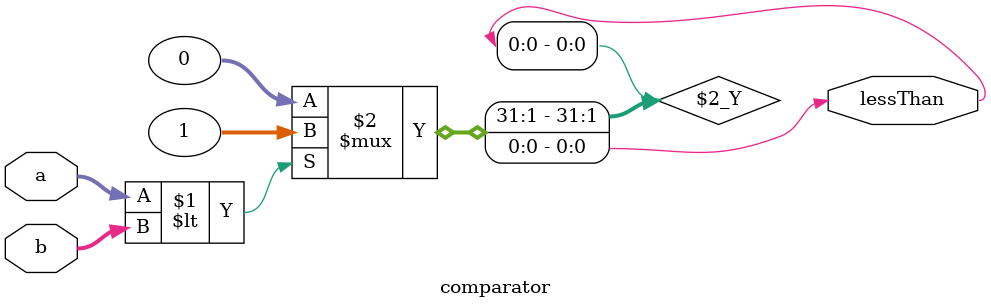
<source format=v>
`timescale 1ns / 1ps


module comparator #(parameter data_width = 4)(
        input   wire [data_width-1 : 0] a, b,
        output  wire lessThan
    );
    assign lessThan = (a < b) ? 1 : 0;
    
endmodule

</source>
